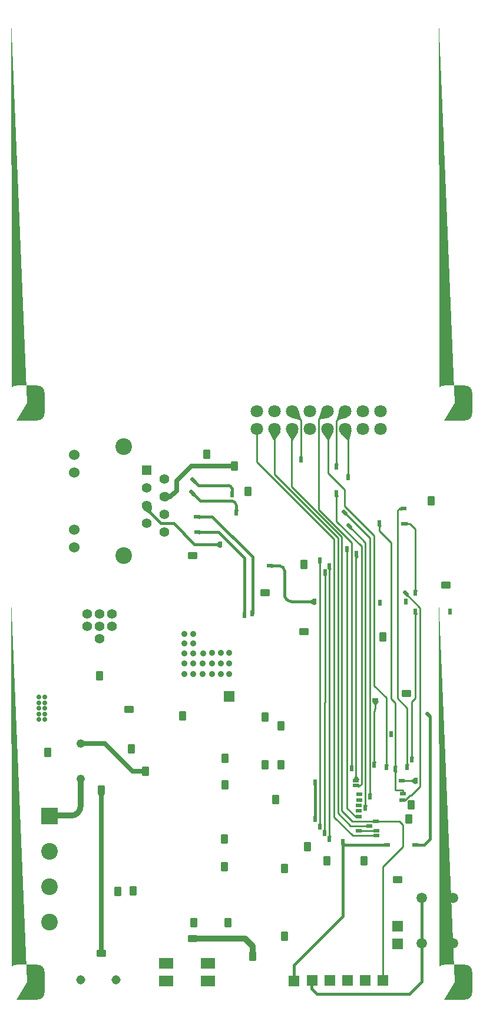
<source format=gbl>
G04 DesignSpark PCB Gerber Version 11.0 Build 5877*
G04 #@! TF.Part,Single*
G04 #@! TF.FileFunction,Copper,L4,Bot*
G04 #@! TF.FilePolarity,Positive*
%FSLAX35Y35*%
%MOMM*%
G04 #@! TA.AperFunction,ViaPad*
%AMT74*0 Rounded Rectangle Pad at angle 0*4,1,32,-0.11000,-0.44500,0.11000,-0.44500,0.14340,-0.44120,0.17510,-0.43010,0.20350,-0.41220,0.22720,-0.38850,0.24510,-0.36010,0.25620,-0.32840,0.26000,-0.29500,0.26000,0.29500,0.25620,0.32840,0.24510,0.36010,0.22720,0.38850,0.20350,0.41220,0.17510,0.43010,0.14340,0.44120,0.11000,0.44500,-0.11000,0.44500,-0.14340,0.44120,-0.17510,0.43010,-0.20350,0.41220,-0.22720,0.38850,-0.24510,0.36010,-0.25620,0.32840,-0.26000,0.29500,-0.26000,-0.29500,-0.25620,-0.32840,-0.24510,-0.36010,-0.22720,-0.38850,-0.20350,-0.41220,-0.17510,-0.43010,-0.14340,-0.44120,-0.11000,-0.44500,0*%
%ADD74T74*%
%AMT26*0 Rounded Rectangle Pad at angle 0*4,1,44,-0.21000,-0.70000,0.21000,-0.70000,0.25690,-0.69630,0.30270,-0.68530,0.34620,-0.66730,0.38630,-0.64270,0.42210,-0.61210,0.45270,-0.57630,0.47730,-0.53620,0.49530,-0.49270,0.50630,-0.44690,0.51000,-0.40000,0.51000,0.40000,0.50630,0.44690,0.49530,0.49270,0.47730,0.53620,0.45270,0.57630,0.42210,0.61210,0.38630,0.64270,0.34620,0.66730,0.30270,0.68530,0.25690,0.69630,0.21000,0.70000,-0.21000,0.70000,-0.25690,0.69630,-0.30270,0.68530,-0.34620,0.66730,-0.38630,0.64270,-0.42210,0.61210,-0.45270,0.57630,-0.47730,0.53620,-0.49530,0.49270,-0.50630,0.44690,-0.51000,0.40000,-0.51000,-0.40000,-0.50630,-0.44690,-0.49530,-0.49270,-0.47730,-0.53620,-0.45270,-0.57630,-0.42210,-0.61210,-0.38630,-0.64270,-0.34620,-0.66730,-0.30270,-0.68530,-0.25690,-0.69630,-0.21000,-0.70000,0*%
%ADD26T26*%
%AMT75*0 Rounded Rectangle Pad at angle 45*4,1,32,0.23690,-0.39240,0.39240,-0.23690,0.41330,-0.21060,0.42790,-0.18030,0.43540,-0.14760,0.43540,-0.11400,0.42790,-0.08120,0.41330,-0.05090,0.39240,-0.02470,-0.02470,0.39240,-0.05100,0.41330,-0.08130,0.42790,-0.11400,0.43540,-0.14760,0.43540,-0.18040,0.42790,-0.21070,0.41330,-0.23690,0.39240,-0.39240,0.23690,-0.41330,0.21060,-0.42790,0.18030,-0.43540,0.14760,-0.43540,0.11400,-0.42790,0.08120,-0.41330,0.05090,-0.39240,0.02470,0.02470,-0.39240,0.05100,-0.41330,0.08130,-0.42790,0.11400,-0.43540,0.14760,-0.43540,0.18040,-0.42790,0.21070,-0.41330,0.23690,-0.39240,0*%
%ADD75T75*%
%AMT28*0 Rounded Rectangle Pad at angle 90*4,1,32,0.44500,-0.11000,0.44500,0.11000,0.44120,0.14340,0.43010,0.17510,0.41220,0.20350,0.38850,0.22720,0.36010,0.24510,0.32840,0.25620,0.29500,0.26000,-0.29500,0.26000,-0.32840,0.25620,-0.36010,0.24510,-0.38850,0.22720,-0.41220,0.20350,-0.43010,0.17510,-0.44120,0.14340,-0.44500,0.11000,-0.44500,-0.11000,-0.44120,-0.14340,-0.43010,-0.17510,-0.41220,-0.20350,-0.38850,-0.22720,-0.36010,-0.24510,-0.32840,-0.25620,-0.29500,-0.26000,0.29500,-0.26000,0.32840,-0.25620,0.36010,-0.24510,0.38850,-0.22720,0.41220,-0.20350,0.43010,-0.17510,0.44120,-0.14340,0.44500,-0.11000,0*%
%ADD28T28*%
%AMT25*0 Rounded Rectangle Pad at angle 90*4,1,44,0.70000,-0.21000,0.70000,0.21000,0.69630,0.25690,0.68530,0.30270,0.66730,0.34620,0.64270,0.38630,0.61210,0.42210,0.57630,0.45270,0.53620,0.47730,0.49270,0.49530,0.44690,0.50630,0.40000,0.51000,-0.40000,0.51000,-0.44690,0.50630,-0.49270,0.49530,-0.53620,0.47730,-0.57630,0.45270,-0.61210,0.42210,-0.64270,0.38630,-0.66730,0.34620,-0.68530,0.30270,-0.69630,0.25690,-0.70000,0.21000,-0.70000,-0.21000,-0.69630,-0.25690,-0.68530,-0.30270,-0.66730,-0.34620,-0.64270,-0.38630,-0.61210,-0.42210,-0.57630,-0.45270,-0.53620,-0.47730,-0.49270,-0.49530,-0.44690,-0.50630,-0.40000,-0.51000,0.40000,-0.51000,0.44690,-0.50630,0.49270,-0.49530,0.53620,-0.47730,0.57630,-0.45270,0.61210,-0.42210,0.64270,-0.38630,0.66730,-0.34620,0.68530,-0.30270,0.69630,-0.25690,0.70000,-0.21000,0*%
%ADD25T25*%
G04 #@! TA.AperFunction,ComponentPad*
%AMT86*0 Rounded Rectangle Pad at angle 0*4,1,76,-1.50000,-2.50000,1.50000,-2.50000,1.58720,-2.49620,1.67370,-2.48480,1.75890,-2.46590,1.84210,-2.43970,1.92270,-2.40630,2.00010,-2.36600,2.07370,-2.31910,2.14290,-2.26600,2.20720,-2.20710,2.26610,-2.14280,2.31920,-2.07360,2.36610,-2.00000,2.40640,-1.92260,2.43980,-1.84200,2.46600,-1.75880,2.48490,-1.67360,2.49630,-1.58710,2.50000,-1.50000,2.50000,1.50000,2.49620,1.58720,2.48480,1.67370,2.46590,1.75890,2.43970,1.84210,2.40630,1.92270,2.36600,2.00010,2.31910,2.07370,2.26600,2.14290,2.20710,2.20720,2.14280,2.26610,2.07360,2.31920,2.00000,2.36610,1.92260,2.40640,1.84200,2.43980,1.75880,2.46600,1.67360,2.48490,1.58710,2.49630,1.50000,2.50000,-1.50000,2.50000,-1.58720,2.49620,-1.67370,2.48480,-1.75890,2.46590,-1.84210,2.43970,-1.92270,2.40630,-2.00010,2.36600,-2.07370,2.31910,-2.14290,2.26600,-2.20720,2.20710,-2.26610,2.14280,-2.31920,2.07360,-2.36610,2.00000,-2.40640,1.92260,-2.43980,1.84200,-2.46600,1.75880,-2.48490,1.67360,-2.49630,1.58710,-2.50000,1.50000,-2.50000,-1.50000,-2.49620,-1.58720,-2.48480,-1.67370,-2.46590,-1.75890,-2.43970,-1.84210,-2.40630,-1.92270,-2.36600,-2.00010,-2.31910,-2.07370,-2.26600,-2.14290,-2.20710,-2.20720,-2.14280,-2.26610,-2.07360,-2.31920,-2.00000,-2.36610,-1.92260,-2.40640,-1.84200,-2.43980,-1.75880,-2.46600,-1.67360,-2.48490,-1.58710,-2.49630,-1.50000,-2.50000,0*%
%ADD86T86*%
%ADD80R,1.40000X1.40000*%
%ADD83R,1.52400X1.52400*%
%ADD76R,2.40000X2.40000*%
G04 #@! TD.AperFunction*
%ADD21C,0.25400*%
%ADD22C,0.38100*%
%ADD23C,0.40000*%
%ADD24C,0.63500*%
G04 #@! TA.AperFunction,ViaPad*
%ADD27C,0.71000*%
G04 #@! TD.AperFunction*
%ADD72C,0.85000*%
G04 #@! TA.AperFunction,ViaPad*
%ADD73C,0.90000*%
G04 #@! TA.AperFunction,ComponentPad*
%ADD84C,1.21700*%
%ADD87C,1.31600*%
%ADD81C,1.40000*%
G04 #@! TA.AperFunction,ViaPad*
%ADD29C,1.42000*%
G04 #@! TA.AperFunction,ComponentPad*
%ADD79C,1.50000*%
%ADD82C,1.53000*%
%ADD78C,1.80000*%
%ADD77C,2.40000*%
%ADD85R,2.03200X1.52400*%
G04 #@! TD.AperFunction*
X0Y0D02*
D02*
D21*
X3865810Y8114080D02*
X3801890Y8231720D01*
G75*
G03*
X3935730Y8228260I67920J36910D01*
G01*
X3865810Y8114080D01*
G36*
X3865810Y8114080D02*
X3801890Y8231720D01*
G75*
G03*
X3935730Y8228260I67920J36910D01*
G01*
X3865810Y8114080D01*
G37*
X4123310Y8114030D02*
X4056750Y8230200D01*
G75*
G03*
X4190620Y8229760I67060J38420D01*
G01*
X4123310Y8114030D01*
G36*
X4123310Y8114030D02*
X4056750Y8230200D01*
G75*
G03*
X4190620Y8229760I67060J38420D01*
G01*
X4123310Y8114030D01*
G37*
X4123810Y8268630D02*
X4115810D01*
Y7438630D01*
X4833310Y6721130D01*
Y2783130D01*
X4985810Y2628630D01*
X5317810D01*
X5318310Y2628130D01*
X5330810D01*
X4235600Y8415840D02*
X4105520Y8447530D01*
G75*
G03*
X4198000Y8544340I18290J75100D01*
G01*
X4235600Y8415840D01*
G36*
X4235600Y8415840D02*
X4105520Y8447530D01*
G75*
G03*
X4198000Y8544340I18290J75100D01*
G01*
X4235600Y8415840D01*
G37*
X4250810Y7828630D02*
Y8400630D01*
X4128810Y8522630D01*
X4123810D01*
X4250810Y7881780D02*
X4237820Y7859280D01*
X4263800D01*
X4250810Y7881780D01*
G36*
X4250810Y7881780D02*
X4237820Y7859280D01*
X4263800D01*
X4250810Y7881780D01*
G37*
X4515250Y8421070D02*
X4558690Y8547710D01*
G75*
G03*
X4646640Y8446770I73110J-25080D01*
G01*
X4515250Y8421070D01*
G36*
X4515250Y8421070D02*
X4558690Y8547710D01*
G75*
G03*
X4646640Y8446770I73110J-25080D01*
G01*
X4515250Y8421070D01*
G37*
X4520810Y2551130D02*
Y6383630D01*
Y2604280D02*
X4507820Y2581780D01*
X4533800D01*
X4520810Y2604280D01*
G36*
X4520810Y2604280D02*
X4507820Y2581780D01*
X4533800D01*
X4520810Y2604280D01*
G37*
Y6330480D02*
X4533800Y6352980D01*
X4507820D01*
X4520810Y6330480D01*
G36*
X4520810Y6330480D02*
X4533800Y6352980D01*
X4507820D01*
X4520810Y6330480D01*
G37*
X4590810Y2463630D02*
Y4338630D01*
X4595810D01*
Y6208630D01*
X4590810Y2516780D02*
X4577820Y2494280D01*
X4603800D01*
X4590810Y2516780D01*
G36*
X4590810Y2516780D02*
X4577820Y2494280D01*
X4603800D01*
X4590810Y2516780D01*
G37*
X4595810Y6155480D02*
X4608800Y6177980D01*
X4582820D01*
X4595810Y6155480D01*
G36*
X4595810Y6155480D02*
X4608800Y6177980D01*
X4582820D01*
X4595810Y6155480D01*
G37*
X4631810Y8522630D02*
X4616810D01*
X4505810Y8411630D01*
Y7113630D01*
X4980810Y6638630D01*
Y3391130D01*
X4645810Y8114670D02*
X4568650Y8224080D01*
G75*
G03*
X4701980Y8236200I63170J44550D01*
G01*
X4645810Y8114670D01*
G36*
X4645810Y8114670D02*
X4568650Y8224080D01*
G75*
G03*
X4701980Y8236200I63170J44550D01*
G01*
X4645810Y8114670D01*
G37*
X4660810Y2378630D02*
Y6296130D01*
Y2431780D02*
X4647820Y2409280D01*
X4673800D01*
X4660810Y2431780D01*
G36*
X4660810Y2431780D02*
X4647820Y2409280D01*
X4673800D01*
X4660810Y2431780D01*
G37*
Y6242980D02*
X4673800Y6265480D01*
X4647820D01*
X4660810Y6242980D01*
G36*
X4660810Y6242980D02*
X4673800Y6265480D01*
X4647820D01*
X4660810Y6242980D01*
G37*
X4760810Y7290480D02*
X4773800Y7312980D01*
X4747820D01*
X4760810Y7290480D01*
G36*
X4760810Y7290480D02*
X4773800Y7312980D01*
X4747820D01*
X4760810Y7290480D01*
G37*
Y7343630D02*
Y6943630D01*
X5120810Y6583630D01*
Y3163630D01*
X5103310Y3146130D01*
X5043310D01*
X4760810Y7781780D02*
X4747820Y7759280D01*
X4773800D01*
X4760810Y7781780D01*
G36*
X4760810Y7781780D02*
X4747820Y7759280D01*
X4773800D01*
X4760810Y7781780D01*
G37*
X4779790Y8410110D02*
X4810580Y8540410D01*
G75*
G03*
X4908030Y8448590I75230J-17780D01*
G01*
X4779790Y8410110D01*
G36*
X4779790Y8410110D02*
X4810580Y8540410D01*
G75*
G03*
X4908030Y8448590I75230J-17780D01*
G01*
X4779790Y8410110D01*
G37*
X4885810Y8522630D02*
Y8516130D01*
X4760810Y8391130D01*
Y7728630D01*
X4913310Y6538630D02*
Y2821130D01*
X5038310Y2696130D01*
X5085810D01*
Y2698630D01*
X4913380Y7031070D02*
X4906660Y7056150D01*
X4888290Y7037780D01*
X4913380Y7031070D01*
G36*
X4913380Y7031070D02*
X4906660Y7056150D01*
X4888290Y7037780D01*
X4913380Y7031070D01*
G37*
X4925810Y7576130D02*
Y8213630D01*
X4885810Y8253630D01*
Y8268630D01*
X4925810Y7629280D02*
X4912820Y7606780D01*
X4938800D01*
X4925810Y7629280D01*
G36*
X4925810Y7629280D02*
X4912820Y7606780D01*
X4938800D01*
X4925810Y7629280D01*
G37*
Y8119290D02*
X4831150Y8213980D01*
G75*
G03*
X4960470Y8248620I54660J54650D01*
G01*
X4925810Y8119290D01*
G36*
X4925810Y8119290D02*
X4831150Y8213980D01*
G75*
G03*
X4960470Y8248620I54660J54650D01*
G01*
X4925810Y8119290D01*
G37*
X4980880Y6833570D02*
X4974160Y6858650D01*
X4955790Y6840280D01*
X4980880Y6833570D01*
G36*
X4980880Y6833570D02*
X4974160Y6858650D01*
X4955790Y6840280D01*
X4980880Y6833570D01*
G37*
X5043310Y3218630D02*
Y6473630D01*
X5048310D01*
X5043310Y3285320D02*
X5011820Y3230780D01*
X5074800D01*
X5043310Y3285320D01*
G36*
X5043310Y3285320D02*
X5011820Y3230780D01*
X5074800D01*
X5043310Y3285320D01*
G37*
X5048310Y6420480D02*
X5061300Y6442980D01*
X5035320D01*
X5048310Y6420480D01*
G36*
X5048310Y6420480D02*
X5061300Y6442980D01*
X5035320D01*
X5048310Y6420480D01*
G37*
X5085810Y2496130D02*
X5335810D01*
X5096460Y3146130D02*
X5073960Y3159120D01*
Y3133140D01*
X5096460Y3146130D01*
G36*
X5096460Y3146130D02*
X5073960Y3159120D01*
Y3133140D01*
X5096460Y3146130D01*
G37*
X5178310Y2823130D02*
Y6636130D01*
X4943310Y6871130D01*
X5178310Y2876280D02*
X5165320Y2853780D01*
X5191300D01*
X5178310Y2876280D01*
G36*
X5178310Y2876280D02*
X5165320Y2853780D01*
X5191300D01*
X5178310Y2876280D01*
G37*
X5238310Y2566130D02*
X4965810D01*
X4783310Y2748630D01*
Y6700130D01*
X3869810Y7613630D01*
Y8268630D01*
X5243310Y2986130D02*
Y6701130D01*
X4875810Y7068630D01*
X5243310Y3039280D02*
X5230320Y3016780D01*
X5256300D01*
X5243310Y3039280D01*
G36*
X5243310Y3039280D02*
X5230320Y3016780D01*
X5256300D01*
X5243310Y3039280D01*
G37*
X5305810Y3499280D02*
X5292820Y3476780D01*
X5318800D01*
X5305810Y3499280D01*
G36*
X5305810Y3499280D02*
X5292820Y3476780D01*
X5318800D01*
X5305810Y3499280D01*
G37*
X5320810Y4304440D02*
X5352300Y4358980D01*
X5289320D01*
X5320810Y4304440D01*
G36*
X5320810Y4304440D02*
X5352300Y4358980D01*
X5289320D01*
X5320810Y4304440D01*
G37*
Y4371130D02*
Y4261130D01*
X5305810Y4201130D01*
Y3446130D01*
X5338310Y2423630D02*
X4998310D01*
X4728310Y2693630D01*
Y6683630D01*
X3615810Y7796130D01*
Y8268630D01*
X5380810Y6860480D02*
X5393800Y6882980D01*
X5367820D01*
X5380810Y6860480D01*
G36*
X5380810Y6860480D02*
X5393800Y6882980D01*
X5367820D01*
X5380810Y6860480D01*
G37*
X5425810Y343630D02*
Y1976130D01*
X5718310Y2268630D01*
Y2583630D01*
X5668310Y2633630D01*
X5336310D01*
X5330810Y2628130D01*
X5480810Y3408630D02*
Y4406130D01*
X5478310D01*
X5305810Y4578630D01*
Y6738630D01*
X4880810Y7163630D01*
Y7398630D01*
X4645810Y7633630D01*
Y8254630D01*
X4631810Y8268630D01*
X5480810Y3461780D02*
X5467820Y3439280D01*
X5493800D01*
X5480810Y3461780D01*
G36*
X5480810Y3461780D02*
X5467820Y3439280D01*
X5493800D01*
X5480810Y3461780D01*
G37*
X5608310Y3330480D02*
X5621300Y3352980D01*
X5595320D01*
X5608310Y3330480D01*
G36*
X5608310Y3330480D02*
X5621300Y3352980D01*
X5595320D01*
X5608310Y3330480D01*
G37*
Y3383630D02*
Y4328630D01*
X5545810Y4391130D01*
Y6638630D01*
X5380810Y6803630D01*
Y6913630D01*
X5608310Y3383630D02*
Y3083630D01*
X5715810D01*
Y3028630D01*
X5608310Y3436780D02*
X5595320Y3414280D01*
X5621300D01*
X5608310Y3436780D01*
G36*
X5608310Y3436780D02*
X5595320Y3414280D01*
X5621300D01*
X5608310Y3436780D01*
G37*
X5672660Y7126130D02*
X5695160Y7113140D01*
Y7139120D01*
X5672660Y7126130D01*
G36*
X5672660Y7126130D02*
X5695160Y7113140D01*
Y7139120D01*
X5672660Y7126130D01*
G37*
X5725810D02*
X5670810D01*
X5638310Y7093630D01*
Y4398630D01*
X5778310Y4258630D01*
Y3411130D01*
X5735810Y6908630D02*
X5818310D01*
X5895810Y6831130D01*
Y5913630D01*
X5755810Y5906130D02*
X5965810Y5696130D01*
Y3133630D01*
X5838310Y3006130D01*
X5815810D01*
X5748310Y2938630D01*
X5705810D01*
X5778310Y3464280D02*
X5765320Y3441780D01*
X5791300D01*
X5778310Y3464280D01*
G36*
X5778310Y3464280D02*
X5765320Y3441780D01*
X5791300D01*
X5778310Y3464280D01*
G37*
X5788960Y6908630D02*
X5766460Y6921620D01*
Y6895640D01*
X5788960Y6908630D01*
G36*
X5788960Y6908630D02*
X5766460Y6921620D01*
Y6895640D01*
X5788960Y6908630D01*
G37*
X5793380Y5868570D02*
X5786660Y5893650D01*
X5768290Y5875280D01*
X5793380Y5868570D01*
G36*
X5793380Y5868570D02*
X5786660Y5893650D01*
X5768290Y5875280D01*
X5793380Y5868570D01*
G37*
X5839120Y3216130D02*
X5893660Y3184640D01*
Y3247620D01*
X5839120Y3216130D01*
G36*
X5839120Y3216130D02*
X5893660Y3184640D01*
Y3247620D01*
X5839120Y3216130D01*
G37*
X5845810Y3518630D02*
Y4351130D01*
X5895810Y4401130D01*
Y5646130D01*
X5845810Y3571780D02*
X5832820Y3549280D01*
X5858800D01*
X5845810Y3571780D01*
G36*
X5845810Y3571780D02*
X5832820Y3549280D01*
X5858800D01*
X5845810Y3571780D01*
G37*
X5895810Y5592980D02*
X5908800Y5615480D01*
X5882820D01*
X5895810Y5592980D01*
G36*
X5895810Y5592980D02*
X5908800Y5615480D01*
X5882820D01*
X5895810Y5592980D01*
G37*
Y5966780D02*
X5882820Y5944280D01*
X5908800D01*
X5895810Y5966780D01*
G36*
X5895810Y5966780D02*
X5882820Y5944280D01*
X5908800D01*
X5895810Y5966780D01*
G37*
X5905810Y3216130D02*
X5698310D01*
D02*
D22*
X2031350Y7167850D02*
X2032310D01*
Y7119630D01*
X2238310Y6913630D01*
X2423310D01*
X2723310Y6613630D01*
X3093310D01*
X2075790Y7076150D02*
X2002750Y7125690D01*
G75*
G03*
X2082160Y7164170I28600J42160D01*
G01*
X2075790Y7076150D01*
G36*
X2075790Y7076150D02*
X2002750Y7125690D01*
G75*
G03*
X2082160Y7164170I28600J42160D01*
G01*
X2075790Y7076150D01*
G37*
X2711900Y7325050D02*
X2708030Y7339500D01*
X2697440Y7328910D01*
X2711900Y7325050D01*
G36*
X2711900Y7325050D02*
X2708030Y7339500D01*
X2697440Y7328910D01*
X2711900Y7325050D01*
G37*
X2733010Y7501160D02*
X2729140Y7515610D01*
X2718550Y7505020D01*
X2733010Y7501160D01*
G36*
X2733010Y7501160D02*
X2729140Y7515610D01*
X2718550Y7505020D01*
X2733010Y7501160D01*
G37*
X2798750Y7011130D02*
X2785780Y7018620D01*
Y7003640D01*
X2798750Y7011130D01*
G36*
X2798750Y7011130D02*
X2785780Y7018620D01*
Y7003640D01*
X2798750Y7011130D01*
G37*
X2803750Y6784630D02*
X2790780Y6792120D01*
Y6777140D01*
X2803750Y6784630D01*
G36*
X2803750Y6784630D02*
X2790780Y6792120D01*
Y6777140D01*
X2803750Y6784630D01*
G37*
X3039310Y6613630D02*
X3084340Y6587640D01*
X3084330Y6639620D01*
X3039310Y6613630D01*
G36*
X3039310Y6613630D02*
X3084340Y6587640D01*
X3084330Y6639620D01*
X3039310Y6613630D01*
G37*
X3258310Y7333630D02*
Y7411130D01*
G75*
G03*
X3210810Y7458630I-47500J0D01*
G01*
X2775530D01*
X2704420Y7529740D01*
X3258310Y7374080D02*
X3250820Y7361110D01*
X3265800D01*
X3258310Y7374080D01*
G36*
X3258310Y7374080D02*
X3250820Y7361110D01*
X3265800D01*
X3258310Y7374080D01*
G37*
X3323310Y7071130D02*
Y7168630D01*
G75*
G03*
X3258310Y7233630I-65000J0D01*
G01*
X2803310D01*
X2683310Y7353630D01*
X3323310Y7111580D02*
X3315820Y7098610D01*
X3330800D01*
X3323310Y7111580D01*
G36*
X3323310Y7111580D02*
X3315820Y7098610D01*
X3330800D01*
X3323310Y7111580D01*
G37*
X3443310Y5591130D02*
X3440810D01*
Y6413630D01*
X3068310Y6786130D01*
X2814310D01*
X2812810Y6784630D01*
X2763310D01*
X3548310Y5616130D02*
X3555810D01*
Y6431130D01*
X2975810Y7011130D01*
X2758310D01*
X3803310Y6301130D02*
X3945810D01*
G75*
G02*
X4015810Y6231130I0J-70000D01*
G01*
Y5891130D01*
G75*
G03*
X4115810Y5791130I100000J0D01*
G01*
X4445810D01*
X3843750Y6301130D02*
X3830780Y6308620D01*
Y6293640D01*
X3843750Y6301130D01*
G36*
X3843750Y6301130D02*
X3830780Y6308620D01*
Y6293640D01*
X3843750Y6301130D01*
G37*
X4391810Y5791130D02*
X4436840Y5765140D01*
X4436830Y5817120D01*
X4391810Y5791130D01*
G36*
X4391810Y5791130D02*
X4436840Y5765140D01*
X4436830Y5817120D01*
X4391810Y5791130D01*
G37*
X4453310Y3188630D02*
Y2668630D01*
X5490810Y2296130D02*
X4853010D01*
Y2338630D01*
X5986350Y881350D02*
Y326670D01*
X5813310Y153630D01*
X4478310D01*
X4408310Y223630D01*
Y342130D01*
X4409810Y343630D01*
X5986350Y881350D02*
Y1531350D01*
X6080810Y4161130D02*
X6085810D01*
X6105810Y4141130D01*
Y2378630D01*
X6020810Y2293630D01*
X5898310D01*
D02*
D23*
X4853010Y2300080D02*
X4859680Y2311630D01*
X4846340D01*
X4853010Y2300080D01*
G36*
X4853010Y2300080D02*
X4859680Y2311630D01*
X4846340D01*
X4853010Y2300080D01*
G37*
Y2338630D02*
Y1268330D01*
X4153310Y568630D01*
Y338630D01*
D02*
D24*
X1084310Y3752390D02*
X1429550D01*
X1828310Y3353630D01*
X2013310D01*
Y3351130D01*
X1383310Y3005770D02*
X1402790Y3039510D01*
X1363830D01*
X1383310Y3005770D01*
G36*
X1383310Y3005770D02*
X1402790Y3039510D01*
X1363830D01*
X1383310Y3005770D01*
G37*
Y3078630D02*
Y731130D01*
X2285350Y7294850D02*
X2377030D01*
X2463310Y7381130D01*
Y7521130D01*
X2675810Y7733630D01*
X3298310D01*
X2361850Y7294850D02*
X2304470Y7261720D01*
G75*
G03*
Y7327980I-19130J33130D01*
G01*
X2361850Y7294850D01*
G36*
X2361850Y7294850D02*
X2304470Y7261720D01*
G75*
G03*
Y7327980I-19130J33130D01*
G01*
X2361850Y7294850D01*
G37*
D02*
D25*
X1383310Y731130D03*
X1778310Y4241130D03*
X2695810Y6448630D03*
X2698310Y945630D03*
X3738310Y5918630D03*
X4295810Y5356130D03*
X5640810Y1791130D03*
X5765810Y4471130D03*
X6333310Y6023630D03*
D02*
D26*
X615810Y3618630D03*
X1355810Y4718630D03*
X1383310Y3078630D03*
X1616350Y1623630D03*
X1810810Y3671130D03*
X1841350Y1628630D03*
X2013310Y3351130D03*
X2553310Y4143630D03*
X2713310Y1176350D03*
X2894010Y7908630D03*
X3155810Y1981130D03*
Y2376130D03*
X3160810Y3153630D03*
X3163310Y3533630D03*
X3203310Y1176350D03*
X3298310Y7733630D03*
X3488310Y7368630D03*
X3555810Y688630D03*
X3735010Y3441130D03*
X3736010Y4131130D03*
X3885810Y2943630D03*
X3963310Y3441130D03*
X3965810Y3998630D03*
X4018310Y983630D03*
Y1956130D03*
X4295810Y6318630D03*
X4348310Y2266130D03*
X4625810Y2066130D03*
X5155810Y2061130D03*
X5433310Y5283630D03*
X5800810Y2663630D03*
X5833310Y2868630D03*
X6123310Y7238630D03*
D02*
D27*
X483310Y4093630D03*
Y4173630D03*
Y4253630D03*
Y4333630D03*
Y4413630D03*
X573310Y4093630D03*
Y4173630D03*
Y4253630D03*
Y4333630D03*
Y4413630D03*
D02*
D28*
X2758310Y7011130D03*
X2763310Y6784630D03*
X3803310Y6301130D03*
X5043310Y3146130D03*
Y3218630D03*
X5083310Y2783630D03*
X5085810Y2496130D03*
Y2698630D03*
Y2858630D03*
X5090810Y3018630D03*
X5093310Y2938630D03*
X5238310Y2566130D03*
X5320810Y4371130D03*
X5330810Y2628130D03*
X5335810Y2496130D03*
X5338310Y2423630D03*
X5490810Y2296130D03*
X5698310Y3216130D03*
X5705810Y2938630D03*
X5715810Y3028630D03*
X5725810Y7126130D03*
X5735810Y6908630D03*
X5898310Y2293630D03*
D02*
D29*
X1183310Y5433630D03*
Y5608630D03*
X1358310Y5258630D03*
Y5433630D03*
Y5608630D03*
X1533310Y5433630D03*
Y5608630D03*
D02*
D72*
X1084310Y3244390D02*
Y2847130D01*
G75*
G02*
X950810Y2713630I-133500J0D01*
G01*
X638310D01*
Y2708630D01*
X3555810Y688630D02*
Y838630D01*
X3445810Y948630D01*
X2699570D01*
X2698310Y947370D01*
Y945630D01*
D02*
D73*
X2573310Y4748630D03*
Y4903630D03*
Y5043630D03*
Y5183630D03*
Y5323630D03*
X2703310Y4898630D03*
X2706350Y4748630D03*
Y5043630D03*
Y5183630D03*
Y5323630D03*
X2838310Y4748630D03*
Y4898630D03*
X2843310Y5043630D03*
X2973310Y4748630D03*
Y4898630D03*
Y5048630D03*
X3103310Y4748630D03*
Y4898630D03*
Y5048630D03*
X3223310Y4748630D03*
Y4898630D03*
Y5048630D03*
D02*
D74*
X3093310Y6613630D03*
X3258310Y7333630D03*
X3323310Y7071130D03*
X3443310Y5591130D03*
X3548310Y5616130D03*
X4250810Y7828630D03*
X4445810Y5791130D03*
X4453310Y2668630D03*
Y3188630D03*
X4520810Y2551130D03*
Y6383630D03*
X4590810Y2463630D03*
X4595810Y6208630D03*
X4660810Y2378630D03*
Y6296130D03*
X4760810Y7343630D03*
Y7728630D03*
X4853010Y2338630D03*
X4913310Y6538630D03*
X4925810Y7576130D03*
X4980810Y3391130D03*
X5048310Y6473630D03*
X5178310Y2823130D03*
X5243310Y2986130D03*
X5305810Y3446130D03*
X5380810Y6913630D03*
X5388310Y5776130D03*
X5480810Y3408630D03*
X5545810Y3883630D03*
X5608310Y3383630D03*
X5760810Y5788630D03*
X5778310Y3411130D03*
X5845810Y3518630D03*
X5895810Y5646130D03*
Y5913630D03*
X5905810Y3216130D03*
X6398310Y5643630D03*
D02*
D75*
X2683310Y7353630D03*
X2704420Y7529740D03*
X4875810Y7068630D03*
X4943310Y6871130D03*
X5755810Y5906130D03*
X6080810Y4161130D03*
D02*
D76*
X638310Y2708630D03*
D02*
D77*
Y1184630D03*
Y1692630D03*
Y2200630D03*
X1701350Y6446350D03*
Y8016350D03*
D02*
D78*
X3615810Y8268630D03*
Y8522630D03*
X3869810Y8268630D03*
Y8522630D03*
X4123810Y8268630D03*
Y8522630D03*
X4377810Y8268630D03*
Y8522630D03*
X4631810Y8268630D03*
Y8522630D03*
X4885810Y8268630D03*
Y8522630D03*
X5139810Y8268630D03*
Y8522630D03*
X5393810Y8268630D03*
Y8522630D03*
D02*
D79*
X5986350Y881350D03*
Y1531350D03*
X6436350Y881350D03*
Y1531350D03*
D02*
D80*
X2031350Y7675850D03*
D02*
D81*
Y6913850D03*
Y7167850D03*
Y7421850D03*
X2285350Y6786850D03*
Y7040850D03*
Y7294850D03*
Y7548850D03*
D02*
D82*
X990350Y6567350D03*
Y6821350D03*
Y7641350D03*
Y7895350D03*
D02*
D83*
X3215840Y4424390D03*
X4151640Y340310D03*
X4409810Y343630D03*
X4663810D03*
X4917810D03*
X5171810D03*
X5425810D03*
X5643310Y866130D03*
Y1120130D03*
D02*
D84*
X1084310Y3244390D03*
Y3752390D03*
D02*
D85*
X2316350Y336350D03*
Y590350D03*
X2916350Y336350D03*
Y590350D03*
D02*
D86*
X318310Y318630D03*
Y8638630D03*
X6458310Y318630D03*
Y8638630D03*
D02*
D87*
X1088310Y351130D03*
X1593310D03*
X0Y0D02*
M02*

</source>
